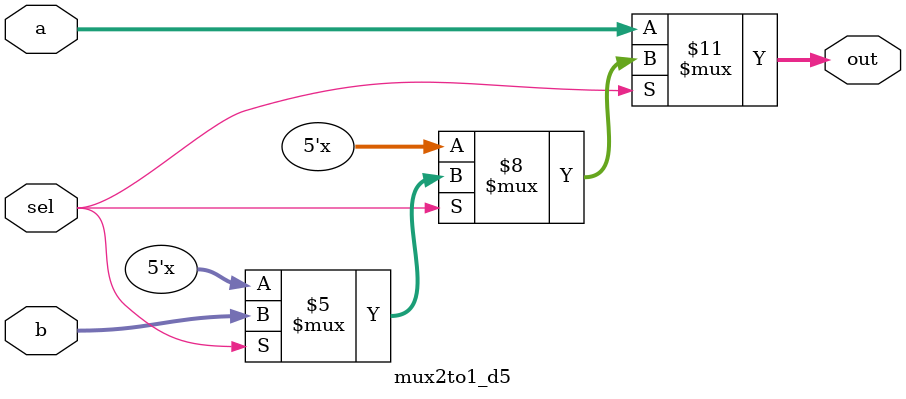
<source format=v>
`timescale 1ns / 1ps


module mux2to1_d5 #(parameter N = 5)
    (output reg [N-1:0] out, // Êä³öÊý¾Ý
    input [N-1:0] a,b, // ÊäÈëÊý¾Ý
    input sel // Ñ¡ÔñÎ»
    );
    always@(*)
    begin
        if(sel == 0) out = a;
        else if (sel == 1) out = b;
        else out = out;
    end
endmodule


</source>
